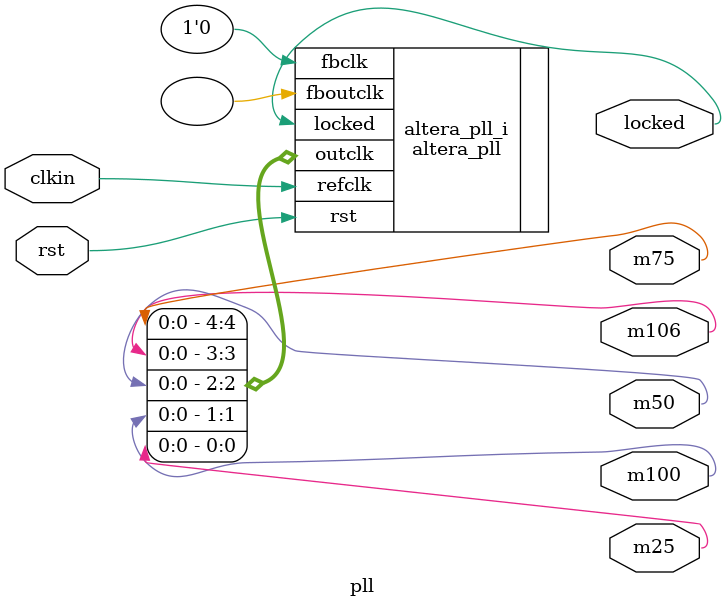
<source format=v>
module de0(

      /* Reset */
      input              RESET_N,

      /* Clocks */
      input              CLOCK_50,
      input              CLOCK2_50,
      input              CLOCK3_50,
      inout              CLOCK4_50,

      /* DRAM */
      output             DRAM_CKE,
      output             DRAM_CLK,
      output      [1:0]  DRAM_BA,
      output      [12:0] DRAM_ADDR,
      inout       [15:0] DRAM_DQ,
      output             DRAM_CAS_N,
      output             DRAM_RAS_N,
      output             DRAM_WE_N,
      output             DRAM_CS_N,
      output             DRAM_LDQM,
      output             DRAM_UDQM,

      /* GPIO */
      inout       [35:0] GPIO_0,
      inout       [35:0] GPIO_1,

      /* 7-Segment LED */
      output      [6:0]  HEX0,
      output      [6:0]  HEX1,
      output      [6:0]  HEX2,
      output      [6:0]  HEX3,
      output      [6:0]  HEX4,
      output      [6:0]  HEX5,

      /* Keys */
      input       [3:0]  KEY,

      /* LED */
      output      [9:0]  LEDR,

      /* PS/2 */
      inout              PS2_CLK,
      inout              PS2_DAT,
      inout              PS2_CLK2,
      inout              PS2_DAT2,

      /* SD-Card */
      output             SD_CLK,
      inout              SD_CMD,
      inout       [3:0]  SD_DATA,

      /* Switch */
      input       [9:0]  SW,

      /* VGA */
      output      [3:0]  VGA_R,
      output      [3:0]  VGA_G,
      output      [3:0]  VGA_B,
      output             VGA_HS,
      output             VGA_VS
);

// Z-state
assign DRAM_DQ = 16'hzzzz;
assign GPIO_0  = 36'hzzzzzzzz;
assign GPIO_1  = 36'hzzzzzzzz;

// LED OFF
assign HEX0 = 7'b1111111;
assign HEX1 = 7'b1111111;
assign HEX2 = 7'b1111111;
assign HEX3 = 7'b1111111;
assign HEX4 = 7'b1111111;
assign HEX5 = 7'b1111111;

// ---------------------------------------------------------------------
wire clock_25;  wire clock_50;  wire clock_75;
wire clock_100; wire clock_106;

pll u0(

    // Источник тактирования
    .clkin (CLOCK_50),

    // Производные частоты
    .m25   (clock_25),
    .m50   (clock_50),
    .m75   (clock_75),
    .m100  (clock_100),
    .m106  (clock_106),
);
// -----------------------------------------------------------------------

cga CGA
(
    .clock_25 (clock_25),
    .R  (VGA_R),  .G  (VGA_G),  .B (VGA_B),
    .HS (VGA_HS), .VS (VGA_VS),
);

// -----------------------------------------------------------------------


endmodule

// *********************************************************************
// Модуль PLL
// *********************************************************************

module  pll(

input wire clkin,
input wire rst,

output wire m25,
output wire m50,
output wire m75,
output wire m100,
output wire m106,

output wire locked
);

altera_pll #(
    .fractional_vco_multiplier("false"),
    .reference_clock_frequency("50.0 MHz"),
    .operation_mode("normal"),
    .number_of_clocks(5),
    .output_clock_frequency0("25.0 MHz"),
    .phase_shift0("0 ps"),
    .duty_cycle0(50),
    .output_clock_frequency1("100.0 MHz"),
    .phase_shift1("0 ps"),
    .duty_cycle1(50),
    .output_clock_frequency2("50 MHz"),
    .phase_shift2("0 ps"),
    .duty_cycle2(50),
    .output_clock_frequency3("106 MHz"),
    .phase_shift3("0 ps"),
    .duty_cycle3(50),
    .output_clock_frequency4("75 MHz"),
    .phase_shift4("0 ps"),
    .duty_cycle4(50),
    .output_clock_frequency5("0 MHz"),
    .phase_shift5("0 ps"),
    .duty_cycle5(50),
    .output_clock_frequency6("0 MHz"),
    .phase_shift6("0 ps"),
    .duty_cycle6(50),
    .output_clock_frequency7("0 MHz"),
    .phase_shift7("0 ps"),
    .duty_cycle7(50),
    .output_clock_frequency8("0 MHz"),
    .phase_shift8("0 ps"),
    .duty_cycle8(50),
    .output_clock_frequency9("0 MHz"),
    .phase_shift9("0 ps"),
    .duty_cycle9(50),
    .output_clock_frequency10("0 MHz"),
    .phase_shift10("0 ps"),
    .duty_cycle10(50),
    .output_clock_frequency11("0 MHz"),
    .phase_shift11("0 ps"),
    .duty_cycle11(50),
    .output_clock_frequency12("0 MHz"),
    .phase_shift12("0 ps"),
    .duty_cycle12(50),
    .output_clock_frequency13("0 MHz"),
    .phase_shift13("0 ps"),
    .duty_cycle13(50),
    .output_clock_frequency14("0 MHz"),
    .phase_shift14("0 ps"),
    .duty_cycle14(50),
    .output_clock_frequency15("0 MHz"),
    .phase_shift15("0 ps"),
    .duty_cycle15(50),
    .output_clock_frequency16("0 MHz"),
    .phase_shift16("0 ps"),
    .duty_cycle16(50),
    .output_clock_frequency17("0 MHz"),
    .phase_shift17("0 ps"),
    .duty_cycle17(50),
    .pll_type("General"),
    .pll_subtype("General")
)
altera_pll_i (
    .rst (rst),
    .outclk ({m75, m106, m50, m100, m25}),
    .locked (locked),
    .fboutclk ( ),
    .fbclk (1'b0),
    .refclk (clkin)
);

endmodule

</source>
